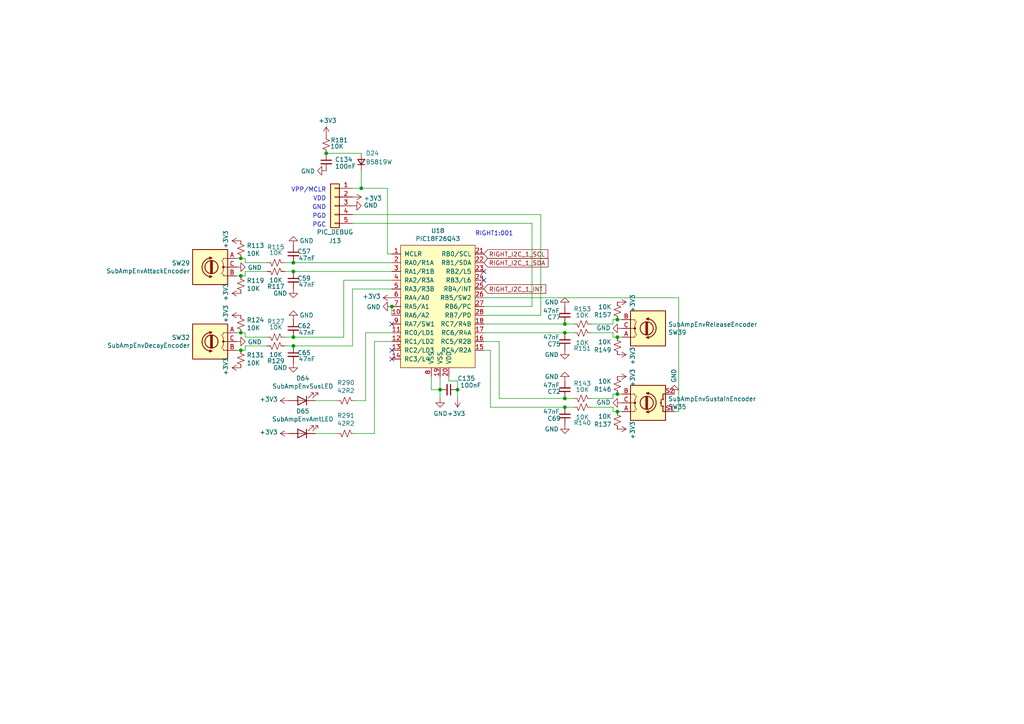
<source format=kicad_sch>
(kicad_sch (version 20210621) (generator eeschema)
  (paper "A4")
  (lib_symbols
    (symbol "Connector_Generic:Conn_01x05" (pin_names (offset 1.016) hide)
      (property "Reference" "J" (at 0 7.62 0))
      (property "Value" "Conn_01x05" (at 0 -7.62 0))
      (symbol "Conn_01x05_1_1"
        (rectangle (start -1.27 -4.953) (end 0 -5.207) (stroke (width 0.1524)))
        (rectangle (start -1.27 -2.413) (end 0 -2.667) (stroke (width 0.1524)))
        (rectangle (start -1.27 0.127) (end 0 -0.127) (stroke (width 0.1524)))
        (rectangle (start -1.27 2.667) (end 0 2.413) (stroke (width 0.1524)))
        (rectangle (start -1.27 5.207) (end 0 4.953) (stroke (width 0.1524)))
        (rectangle (start -1.27 6.35) (end 1.27 -6.35) (stroke (width 0.254)) (fill (type background)))
        (pin passive line (at -5.08 5.08 0) (length 3.81) (name "Pin_1") (number "1"))
        (pin passive line (at -5.08 2.54 0) (length 3.81) (name "Pin_2") (number "2"))
        (pin passive line (at -5.08 0 0) (length 3.81) (name "Pin_3") (number "3"))
        (pin passive line (at -5.08 -2.54 0) (length 3.81) (name "Pin_4") (number "4"))
        (pin passive line (at -5.08 -5.08 0) (length 3.81) (name "Pin_5") (number "5"))
      )
    )
    (symbol "Device:C_Small" (pin_numbers hide) (pin_names (offset 0.254) hide)
      (property "Reference" "C" (at 0.254 1.778 0))
      (property "Value" "C_Small" (at 0.254 -2.032 0))
      (symbol "C_Small_0_1"
        (polyline (pts (xy -1.524 -0.508) (xy 1.524 -0.508)) (stroke (width 0.3302)))
        (polyline (pts (xy -1.524 0.508) (xy 1.524 0.508)) (stroke (width 0.3048)))
      )
      (symbol "C_Small_1_1"
        (pin passive line (at 0 2.54 270) (length 2.032) (name "~") (number "1"))
        (pin passive line (at 0 -2.54 90) (length 2.032) (name "~") (number "2"))
      )
    )
    (symbol "Device:D_Small" (pin_numbers hide) (pin_names (offset 0.254) hide)
      (property "Reference" "D" (at -1.27 2.032 0))
      (property "Value" "D_Small" (at -3.81 -2.032 0))
      (symbol "D_Small_0_1"
        (polyline (pts (xy -0.762 -1.016) (xy -0.762 1.016)) (stroke (width 0.254)))
        (polyline (pts (xy -0.762 0) (xy 0.762 0)))
        (polyline (pts (xy 0.762 -1.016) (xy -0.762 0) (xy 0.762 1.016) (xy 0.762 -1.016)) (stroke (width 0.254)))
      )
      (symbol "D_Small_1_1"
        (pin passive line (at -2.54 0 0) (length 1.778) (name "K") (number "1"))
        (pin passive line (at 2.54 0 180) (length 1.778) (name "A") (number "2"))
      )
    )
    (symbol "Device:LED" (pin_numbers hide) (pin_names (offset 1.016) hide)
      (property "Reference" "D" (at 0 2.54 0))
      (property "Value" "LED" (at 0 -2.54 0))
      (symbol "LED_0_1"
        (polyline (pts (xy -1.27 -1.27) (xy -1.27 1.27)) (stroke (width 0.254)))
        (polyline (pts (xy -1.27 0) (xy 1.27 0)))
        (polyline (pts (xy 1.27 -1.27) (xy 1.27 1.27) (xy -1.27 0) (xy 1.27 -1.27)) (stroke (width 0.254)))
        (polyline (pts (xy -3.048 -0.762) (xy -4.572 -2.286) (xy -3.81 -2.286) (xy -4.572 -2.286) (xy -4.572 -1.524)))
        (polyline (pts (xy -1.778 -0.762) (xy -3.302 -2.286) (xy -2.54 -2.286) (xy -3.302 -2.286) (xy -3.302 -1.524)))
      )
      (symbol "LED_1_1"
        (pin passive line (at -3.81 0 0) (length 2.54) (name "K") (number "1"))
        (pin passive line (at 3.81 0 180) (length 2.54) (name "A") (number "2"))
      )
    )
    (symbol "Device:R_Small_US" (pin_numbers hide) (pin_names (offset 0.254) hide)
      (property "Reference" "R" (at 0.762 0.508 0))
      (property "Value" "R_Small_US" (at 0.762 -1.016 0))
      (symbol "R_Small_US_1_1"
        (polyline (pts (xy 0 0) (xy 1.016 -0.381) (xy 0 -0.762) (xy -1.016 -1.143) (xy 0 -1.524)))
        (polyline (pts (xy 0 1.524) (xy 1.016 1.143) (xy 0 0.762) (xy -1.016 0.381) (xy 0 0)))
        (pin passive line (at 0 2.54 270) (length 1.016) (name "~") (number "1"))
        (pin passive line (at 0 -2.54 90) (length 1.016) (name "~") (number "2"))
      )
    )
    (symbol "Device:RotaryEncoder" (pin_names (offset 0.254) hide)
      (property "Reference" "SW" (at 0 6.604 0))
      (property "Value" "RotaryEncoder" (at 0 -6.604 0))
      (symbol "RotaryEncoder_0_1"
        (arc (start -0.381 -2.794) (end -0.381 2.667) (radius (at -0.381 -0.0508) (length 2.7432) (angles -89.9 89.9)) (stroke (width 0.254)))
        (circle (center -0.381 0) (radius 1.905) (stroke (width 0.254)))
        (circle (center -3.81 0) (radius 0.254) (fill (type outline)))
        (rectangle (start -5.08 5.08) (end 5.08 -5.08) (stroke (width 0.254)) (fill (type background)))
        (polyline (pts (xy -0.635 -1.778) (xy -0.635 1.778)) (stroke (width 0.254)))
        (polyline (pts (xy -0.381 -1.778) (xy -0.381 1.778)) (stroke (width 0.254)))
        (polyline (pts (xy -0.127 1.778) (xy -0.127 -1.778)) (stroke (width 0.254)))
        (polyline (pts (xy -5.08 -2.54) (xy -3.81 -2.54) (xy -3.81 -2.032)))
        (polyline (pts (xy -5.08 2.54) (xy -3.81 2.54) (xy -3.81 2.032)))
        (polyline (pts (xy 0.254 -3.048) (xy -0.508 -2.794) (xy 0.127 -2.413)) (stroke (width 0.254)))
        (polyline (pts (xy 0.254 2.921) (xy -0.508 2.667) (xy 0.127 2.286)) (stroke (width 0.254)))
        (polyline (pts (xy -5.08 0) (xy -3.81 0) (xy -3.81 -1.016) (xy -3.302 -2.032)))
        (polyline (pts (xy -4.318 0) (xy -3.81 0) (xy -3.81 1.016) (xy -3.302 2.032)))
      )
      (symbol "RotaryEncoder_1_1"
        (pin passive line (at -7.62 2.54 0) (length 2.54) (name "A") (number "A"))
        (pin passive line (at -7.62 -2.54 0) (length 2.54) (name "B") (number "B"))
        (pin passive line (at -7.62 0 0) (length 2.54) (name "C") (number "C"))
      )
    )
    (symbol "Device:RotaryEncoder_Switch" (pin_names (offset 0.254) hide)
      (property "Reference" "SW" (at 0 6.604 0))
      (property "Value" "RotaryEncoder_Switch" (at 0 -6.604 0))
      (symbol "RotaryEncoder_Switch_0_1"
        (arc (start -0.381 -2.794) (end -0.381 2.667) (radius (at -0.381 -0.0508) (length 2.7432) (angles -89.9 89.9)) (stroke (width 0.254)))
        (circle (center -0.381 0) (radius 1.905) (stroke (width 0.254)))
        (circle (center 4.318 -1.016) (radius 0.127) (stroke (width 0.254)))
        (circle (center 4.318 1.016) (radius 0.127) (stroke (width 0.254)))
        (circle (center -3.81 0) (radius 0.254) (fill (type outline)))
        (rectangle (start -5.08 5.08) (end 5.08 -5.08) (stroke (width 0.254)) (fill (type background)))
        (polyline (pts (xy -0.635 -1.778) (xy -0.635 1.778)) (stroke (width 0.254)))
        (polyline (pts (xy -0.381 -1.778) (xy -0.381 1.778)) (stroke (width 0.254)))
        (polyline (pts (xy -0.127 1.778) (xy -0.127 -1.778)) (stroke (width 0.254)))
        (polyline (pts (xy 3.81 0) (xy 3.429 0)) (stroke (width 0.254)))
        (polyline (pts (xy 3.81 1.016) (xy 3.81 -1.016)) (stroke (width 0.254)))
        (polyline (pts (xy -5.08 -2.54) (xy -3.81 -2.54) (xy -3.81 -2.032)))
        (polyline (pts (xy -5.08 2.54) (xy -3.81 2.54) (xy -3.81 2.032)))
        (polyline (pts (xy 0.254 -3.048) (xy -0.508 -2.794) (xy 0.127 -2.413)) (stroke (width 0.254)))
        (polyline (pts (xy 0.254 2.921) (xy -0.508 2.667) (xy 0.127 2.286)) (stroke (width 0.254)))
        (polyline (pts (xy 5.08 -2.54) (xy 4.318 -2.54) (xy 4.318 -1.016)) (stroke (width 0.254)))
        (polyline (pts (xy 5.08 2.54) (xy 4.318 2.54) (xy 4.318 1.016)) (stroke (width 0.254)))
        (polyline (pts (xy -5.08 0) (xy -3.81 0) (xy -3.81 -1.016) (xy -3.302 -2.032)))
        (polyline (pts (xy -4.318 0) (xy -3.81 0) (xy -3.81 1.016) (xy -3.302 2.032)))
      )
      (symbol "RotaryEncoder_Switch_1_1"
        (pin passive line (at -7.62 2.54 0) (length 2.54) (name "A") (number "A"))
        (pin passive line (at -7.62 -2.54 0) (length 2.54) (name "B") (number "B"))
        (pin passive line (at -7.62 0 0) (length 2.54) (name "C") (number "C"))
        (pin passive line (at 7.62 2.54 180) (length 2.54) (name "S1") (number "S1"))
        (pin passive line (at 7.62 -2.54 180) (length 2.54) (name "S2") (number "S2"))
      )
    )
    (symbol "PIC18F26Q43:PIC18F26Q43" (pin_names (offset 1.016))
      (property "Reference" "U" (at -6.35 -1.27 0))
      (property "Value" "PIC18F26Q43" (at -6.35 -3.81 0))
      (symbol "PIC18F26Q43_0_1"
        (rectangle (start -17.78 -6.35) (end 3.81 -41.91) (fill (type background)))
      )
      (symbol "PIC18F26Q43_1_1"
        (pin input line (at -20.32 -8.89 0) (length 2.54) (name "MCLR") (number "1"))
        (pin input line (at -20.32 -26.67 0) (length 2.54) (name "RA6/A2") (number "10"))
        (pin output line (at -20.32 -31.75 0) (length 2.54) (name "RC0/LD1") (number "11"))
        (pin output line (at -20.32 -34.29 0) (length 2.54) (name "RC1/LD2") (number "12"))
        (pin output line (at -20.32 -36.83 0) (length 2.54) (name "RC2/LD3") (number "13"))
        (pin output line (at -20.32 -39.37 0) (length 2.54) (name "RC3/L4") (number "14"))
        (pin input line (at 6.35 -36.83 180) (length 2.54) (name "RC4/R2A") (number "15"))
        (pin input line (at 6.35 -34.29 180) (length 2.54) (name "RC5/R2B") (number "16"))
        (pin input line (at 6.35 -31.75 180) (length 2.54) (name "RC6/R4A") (number "17"))
        (pin input line (at 6.35 -29.21 180) (length 2.54) (name "RC7/R4B") (number "18"))
        (pin power_in line (at -6.35 -44.45 90) (length 2.54) (name "VSS") (number "19"))
        (pin input line (at -20.32 -11.43 0) (length 2.54) (name "RA0/R1A") (number "2"))
        (pin power_in line (at -3.81 -44.45 90) (length 2.54) (name "VDD") (number "20"))
        (pin input line (at 6.35 -8.89 180) (length 2.54) (name "RB0/SCL") (number "21"))
        (pin bidirectional line (at 6.35 -11.43 180) (length 2.54) (name "RB1/SDA") (number "22"))
        (pin output line (at 6.35 -13.97 180) (length 2.54) (name "RB2/L5") (number "23"))
        (pin output line (at 6.35 -16.51 180) (length 2.54) (name "RB3/L6") (number "24"))
        (pin bidirectional line (at 6.35 -19.05 180) (length 2.54) (name "RB4/INT") (number "25"))
        (pin output line (at 6.35 -21.59 180) (length 2.54) (name "RB5/SW2") (number "26"))
        (pin input line (at 6.35 -24.13 180) (length 2.54) (name "RB6/PC") (number "27"))
        (pin input line (at 6.35 -26.67 180) (length 2.54) (name "RB7/PD") (number "28"))
        (pin input line (at -20.32 -13.97 0) (length 2.54) (name "RA1/R1B") (number "3"))
        (pin input line (at -20.32 -16.51 0) (length 2.54) (name "RA2/R3A") (number "4"))
        (pin input line (at -20.32 -19.05 0) (length 2.54) (name "RA3/R3B") (number "5"))
        (pin input line (at -20.32 -21.59 0) (length 2.54) (name "RA4/A0") (number "6"))
        (pin input line (at -20.32 -24.13 0) (length 2.54) (name "RA5/A1") (number "7"))
        (pin power_in line (at -8.89 -44.45 90) (length 2.54) (name "VSS") (number "8"))
        (pin input line (at -20.32 -29.21 0) (length 2.54) (name "RA7/SW1") (number "9"))
      )
    )
    (symbol "power:+3.3V" (power) (pin_names (offset 0))
      (property "Value" "+3.3V" (at 0 3.556 0))
      (symbol "+3.3V_0_1"
        (polyline (pts (xy -0.762 1.27) (xy 0 2.54)))
        (polyline (pts (xy 0 0) (xy 0 2.54)))
        (polyline (pts (xy 0 2.54) (xy 0.762 1.27)))
      )
      (symbol "+3.3V_1_1"
        (pin power_in line (at 0 0 90) (length 0) hide (name "+3V3") (number "1"))
      )
    )
    (symbol "power:GND" (power) (pin_names (offset 0))
      (property "Value" "GND" (at 0 -3.81 0))
      (symbol "GND_0_1"
        (polyline (pts (xy 0 0) (xy 0 -1.27) (xy 1.27 -1.27) (xy 0 -2.54) (xy -1.27 -1.27) (xy 0 -1.27)))
      )
      (symbol "GND_1_1"
        (pin power_in line (at 0 0 270) (length 0) hide (name "GND") (number "1"))
      )
    )
  )
  (junction (at 69.85 74.93))
  (junction (at 69.85 80.01))
  (junction (at 69.85 96.52))
  (junction (at 69.85 101.6))
  (junction (at 85.09 76.2))
  (junction (at 85.09 78.74))
  (junction (at 85.09 97.79))
  (junction (at 85.09 100.33))
  (junction (at 94.615 44.45))
  (junction (at 104.775 54.61))
  (junction (at 113.665 88.9))
  (junction (at 127.635 113.03))
  (junction (at 132.715 113.03))
  (junction (at 163.83 93.98))
  (junction (at 163.83 96.52))
  (junction (at 163.83 115.57))
  (junction (at 163.83 118.11))
  (junction (at 179.07 92.71))
  (junction (at 179.07 97.79))
  (junction (at 179.07 114.3))
  (junction (at 179.07 119.38))
  (no_connect (at 113.665 93.98))
  (no_connect (at 113.665 101.6))
  (no_connect (at 113.665 104.14))
  (no_connect (at 140.335 78.74))
  (no_connect (at 140.335 81.28))
  (wire (pts (xy 69.85 74.93) (xy 68.58 74.93)))
  (wire (pts (xy 69.85 80.01) (xy 68.58 80.01)))
  (wire (pts (xy 69.85 96.52) (xy 68.58 96.52)))
  (wire (pts (xy 69.85 101.6) (xy 68.58 101.6)))
  (wire (pts (xy 71.12 74.93) (xy 69.85 74.93)))
  (wire (pts (xy 71.12 74.93) (xy 71.12 76.2)))
  (wire (pts (xy 71.12 78.74) (xy 71.12 80.01)))
  (wire (pts (xy 71.12 80.01) (xy 69.85 80.01)))
  (wire (pts (xy 71.12 96.52) (xy 69.85 96.52)))
  (wire (pts (xy 71.12 96.52) (xy 71.12 97.79)))
  (wire (pts (xy 71.12 100.33) (xy 71.12 101.6)))
  (wire (pts (xy 71.12 101.6) (xy 69.85 101.6)))
  (wire (pts (xy 77.47 76.2) (xy 71.12 76.2)))
  (wire (pts (xy 77.47 78.74) (xy 71.12 78.74)))
  (wire (pts (xy 77.47 97.79) (xy 71.12 97.79)))
  (wire (pts (xy 77.47 100.33) (xy 71.12 100.33)))
  (wire (pts (xy 82.55 76.2) (xy 85.09 76.2)))
  (wire (pts (xy 82.55 78.74) (xy 85.09 78.74)))
  (wire (pts (xy 82.55 97.79) (xy 85.09 97.79)))
  (wire (pts (xy 82.55 100.33) (xy 85.09 100.33)))
  (wire (pts (xy 85.09 76.2) (xy 113.665 76.2)))
  (wire (pts (xy 85.09 78.74) (xy 113.665 78.74)))
  (wire (pts (xy 85.09 97.79) (xy 99.695 97.79)))
  (wire (pts (xy 85.09 100.33) (xy 102.235 100.33)))
  (wire (pts (xy 91.44 116.205) (xy 97.79 116.205)))
  (wire (pts (xy 91.44 125.73) (xy 97.79 125.73)))
  (wire (pts (xy 94.615 44.45) (xy 104.775 44.45)))
  (wire (pts (xy 99.695 81.28) (xy 113.665 81.28)))
  (wire (pts (xy 99.695 97.79) (xy 99.695 81.28)))
  (wire (pts (xy 102.235 54.61) (xy 104.775 54.61)))
  (wire (pts (xy 102.235 64.77) (xy 154.305 64.77)))
  (wire (pts (xy 102.235 83.82) (xy 102.235 100.33)))
  (wire (pts (xy 102.87 116.205) (xy 106.045 116.205)))
  (wire (pts (xy 104.775 54.61) (xy 104.775 49.53)))
  (wire (pts (xy 106.045 96.52) (xy 113.665 96.52)))
  (wire (pts (xy 106.045 116.205) (xy 106.045 96.52)))
  (wire (pts (xy 108.585 99.06) (xy 108.585 125.73)))
  (wire (pts (xy 108.585 125.73) (xy 102.87 125.73)))
  (wire (pts (xy 112.395 54.61) (xy 104.775 54.61)))
  (wire (pts (xy 112.395 54.61) (xy 112.395 73.66)))
  (wire (pts (xy 112.395 73.66) (xy 113.665 73.66)))
  (wire (pts (xy 113.665 83.82) (xy 102.235 83.82)))
  (wire (pts (xy 113.665 88.9) (xy 113.665 91.44)))
  (wire (pts (xy 113.665 99.06) (xy 108.585 99.06)))
  (wire (pts (xy 125.095 109.22) (xy 125.095 113.03)))
  (wire (pts (xy 125.095 113.03) (xy 127.635 113.03)))
  (wire (pts (xy 127.635 109.22) (xy 127.635 113.03)))
  (wire (pts (xy 127.635 113.03) (xy 127.635 115.57)))
  (wire (pts (xy 130.175 109.22) (xy 130.175 110.49)))
  (wire (pts (xy 132.715 110.49) (xy 130.175 110.49)))
  (wire (pts (xy 132.715 110.49) (xy 132.715 113.03)))
  (wire (pts (xy 132.715 115.57) (xy 132.715 113.03)))
  (wire (pts (xy 140.335 86.36) (xy 196.85 86.36)))
  (wire (pts (xy 140.335 91.44) (xy 156.845 91.44)))
  (wire (pts (xy 140.335 93.98) (xy 163.83 93.98)))
  (wire (pts (xy 140.335 96.52) (xy 163.83 96.52)))
  (wire (pts (xy 140.335 99.06) (xy 144.78 99.06)))
  (wire (pts (xy 142.24 101.6) (xy 140.335 101.6)))
  (wire (pts (xy 142.24 118.11) (xy 142.24 101.6)))
  (wire (pts (xy 142.24 118.11) (xy 163.83 118.11)))
  (wire (pts (xy 144.78 99.06) (xy 144.78 115.57)))
  (wire (pts (xy 144.78 115.57) (xy 163.83 115.57)))
  (wire (pts (xy 154.305 64.77) (xy 154.305 88.9)))
  (wire (pts (xy 154.305 88.9) (xy 140.335 88.9)))
  (wire (pts (xy 156.845 62.23) (xy 102.235 62.23)))
  (wire (pts (xy 156.845 91.44) (xy 156.845 62.23)))
  (wire (pts (xy 166.37 93.98) (xy 163.83 93.98)))
  (wire (pts (xy 166.37 96.52) (xy 163.83 96.52)))
  (wire (pts (xy 166.37 115.57) (xy 163.83 115.57)))
  (wire (pts (xy 166.37 118.11) (xy 163.83 118.11)))
  (wire (pts (xy 171.45 93.98) (xy 177.8 93.98)))
  (wire (pts (xy 171.45 96.52) (xy 177.8 96.52)))
  (wire (pts (xy 171.45 115.57) (xy 177.8 115.57)))
  (wire (pts (xy 171.45 118.11) (xy 177.8 118.11)))
  (wire (pts (xy 177.8 92.71) (xy 179.07 92.71)))
  (wire (pts (xy 177.8 93.98) (xy 177.8 92.71)))
  (wire (pts (xy 177.8 97.79) (xy 177.8 96.52)))
  (wire (pts (xy 177.8 97.79) (xy 179.07 97.79)))
  (wire (pts (xy 177.8 114.3) (xy 179.07 114.3)))
  (wire (pts (xy 177.8 115.57) (xy 177.8 114.3)))
  (wire (pts (xy 177.8 119.38) (xy 177.8 118.11)))
  (wire (pts (xy 177.8 119.38) (xy 179.07 119.38)))
  (wire (pts (xy 179.07 92.71) (xy 180.34 92.71)))
  (wire (pts (xy 179.07 97.79) (xy 180.34 97.79)))
  (wire (pts (xy 179.07 114.3) (xy 180.34 114.3)))
  (wire (pts (xy 179.07 119.38) (xy 180.34 119.38)))
  (wire (pts (xy 195.58 119.38) (xy 196.85 119.38)))
  (wire (pts (xy 196.85 119.38) (xy 196.85 86.36)))
  (text "VPP/MCLR" (at 94.615 55.88 180) (effects (font (size 1.27 1.27)) (justify right bottom)))
  (text "VDD" (at 94.615 58.42 180) (effects (font (size 1.27 1.27)) (justify right bottom)))
  (text "GND" (at 94.615 60.96 180) (effects (font (size 1.27 1.27)) (justify right bottom)))
  (text "PGD" (at 94.615 63.5 180) (effects (font (size 1.27 1.27)) (justify right bottom)))
  (text "PGC" (at 94.615 66.04 180) (effects (font (size 1.27 1.27)) (justify right bottom)))
  (text "RIGHT1:001" (at 137.795 68.58 0) (effects (font (size 1.27 1.27)) (justify left bottom)))
  (global_label "RIGHT_I2C_1_SCL" (shape input) (at 140.335 73.66 0) (property "Intersheet References" "${INTERSHEET_REFS}" (effects hide)))
  (global_label "RIGHT_I2C_1_SDA" (shape input) (at 140.335 76.2 0) (property "Intersheet References" "${INTERSHEET_REFS}" (effects hide)))
  (global_label "RIGHT_I2C_1_INT" (shape input) (at 140.335 83.82 0) (property "Intersheet References" "${INTERSHEET_REFS}" (effects hide)))
  (symbol (lib_id "power:+3.3V") (at 69.85 69.85 90) (unit 1)
    (property "Reference" "#PWR0371" (effects hide))
    (property "Value" "+3.3V" (at 65.4558 69.469 0))
  )
  (symbol (lib_id "power:+3.3V") (at 69.85 85.09 90) (unit 1)
    (property "Reference" "#PWR0372" (effects hide))
    (property "Value" "+3.3V" (at 65.4558 84.709 0))
  )
  (symbol (lib_id "power:+3.3V") (at 69.85 91.44 90) (unit 1)
    (property "Reference" "#PWR0373" (effects hide))
    (property "Value" "+3.3V" (at 65.4558 91.059 0))
  )
  (symbol (lib_id "power:+3.3V") (at 69.85 106.68 90) (unit 1)
    (property "Reference" "#PWR0378" (effects hide))
    (property "Value" "+3.3V" (at 65.4558 106.299 0))
  )
  (symbol (lib_id "power:+3.3V") (at 83.82 116.205 90) (unit 1)
    (property "Reference" "#PWR0634" (effects hide))
    (property "Value" "+3.3V" (at 80.5688 115.824 90) (effects (justify left)))
  )
  (symbol (lib_id "power:+3.3V") (at 83.82 125.73 90) (unit 1)
    (property "Reference" "#PWR0635" (effects hide))
    (property "Value" "+3.3V" (at 80.5688 125.349 90) (effects (justify left)))
  )
  (symbol (lib_id "power:+3.3V") (at 94.615 39.37 0) (unit 1)
    (property "Reference" "#PWR0365" (effects hide))
    (property "Value" "+3.3V" (at 94.996 34.9758 0))
  )
  (symbol (lib_id "power:+3.3V") (at 102.235 57.15 270) (unit 1)
    (property "Reference" "#PWR0366" (effects hide))
    (property "Value" "+3.3V" (at 105.4862 57.531 90) (effects (justify left)))
  )
  (symbol (lib_id "power:+3.3V") (at 113.665 86.36 90) (unit 1)
    (property "Reference" "#PWR0912" (effects hide))
    (property "Value" "+3.3V" (at 110.4138 85.979 90) (effects (justify left)))
  )
  (symbol (lib_id "power:+3.3V") (at 132.715 115.57 180) (unit 1)
    (property "Reference" "#PWR0370" (effects hide))
    (property "Value" "+3.3V" (at 132.334 119.9642 0))
  )
  (symbol (lib_id "power:+3.3V") (at 179.07 87.63 270) (unit 1)
    (property "Reference" "#PWR0385" (effects hide))
    (property "Value" "+3.3V" (at 183.4642 88.011 0))
  )
  (symbol (lib_id "power:+3.3V") (at 179.07 102.87 270) (unit 1)
    (property "Reference" "#PWR0384" (effects hide))
    (property "Value" "+3.3V" (at 183.4642 103.251 0))
  )
  (symbol (lib_id "power:+3.3V") (at 179.07 109.22 270) (unit 1)
    (property "Reference" "#PWR0381" (effects hide))
    (property "Value" "+3.3V" (at 183.4642 109.601 0))
  )
  (symbol (lib_id "power:+3.3V") (at 179.07 124.46 270) (unit 1)
    (property "Reference" "#PWR0379" (effects hide))
    (property "Value" "+3.3V" (at 183.4642 124.841 0))
  )
  (symbol (lib_id "power:GND") (at 68.58 77.47 90) (mirror x) (unit 1)
    (property "Reference" "#PWR0187" (effects hide))
    (property "Value" "GND" (at 71.8312 77.597 90) (effects (justify right)))
  )
  (symbol (lib_id "power:GND") (at 68.58 99.06 90) (mirror x) (unit 1)
    (property "Reference" "#PWR0199" (effects hide))
    (property "Value" "GND" (at 71.8312 99.187 90) (effects (justify right)))
  )
  (symbol (lib_id "power:GND") (at 85.09 71.12 0) (mirror x) (unit 1)
    (property "Reference" "#PWR0184" (effects hide))
    (property "Value" "GND" (at 88.9 69.85 0))
  )
  (symbol (lib_id "power:GND") (at 85.09 83.82 0) (mirror y) (unit 1)
    (property "Reference" "#PWR0382" (effects hide))
    (property "Value" "GND" (at 81.28 85.09 0))
  )
  (symbol (lib_id "power:GND") (at 85.09 92.71 0) (mirror x) (unit 1)
    (property "Reference" "#PWR0195" (effects hide))
    (property "Value" "GND" (at 88.9 91.44 0))
  )
  (symbol (lib_id "power:GND") (at 85.09 105.41 0) (mirror y) (unit 1)
    (property "Reference" "#PWR0383" (effects hide))
    (property "Value" "GND" (at 81.28 106.68 0))
  )
  (symbol (lib_id "power:GND") (at 94.615 49.53 270) (unit 1)
    (property "Reference" "#PWR0357" (effects hide))
    (property "Value" "GND" (at 91.3638 49.657 90) (effects (justify right)))
  )
  (symbol (lib_id "power:GND") (at 102.235 59.69 90) (unit 1)
    (property "Reference" "#PWR0355" (effects hide))
    (property "Value" "GND" (at 105.4862 59.563 90) (effects (justify right)))
  )
  (symbol (lib_id "power:GND") (at 113.665 88.9 270) (unit 1)
    (property "Reference" "#PWR0913" (effects hide))
    (property "Value" "GND" (at 110.4138 89.027 90) (effects (justify right)))
  )
  (symbol (lib_id "power:GND") (at 127.635 115.57 0) (unit 1)
    (property "Reference" "#PWR0277" (effects hide))
    (property "Value" "GND" (at 127.762 119.9642 0))
  )
  (symbol (lib_id "power:GND") (at 163.83 88.9 0) (mirror x) (unit 1)
    (property "Reference" "#PWR0228" (effects hide))
    (property "Value" "GND" (at 160.02 87.63 0))
  )
  (symbol (lib_id "power:GND") (at 163.83 101.6 0) (mirror y) (unit 1)
    (property "Reference" "#PWR0223" (effects hide))
    (property "Value" "GND" (at 160.02 102.87 0))
  )
  (symbol (lib_id "power:GND") (at 163.83 110.49 0) (mirror x) (unit 1)
    (property "Reference" "#PWR0216" (effects hide))
    (property "Value" "GND" (at 160.02 109.22 0))
  )
  (symbol (lib_id "power:GND") (at 163.83 123.19 0) (mirror y) (unit 1)
    (property "Reference" "#PWR0210" (effects hide))
    (property "Value" "GND" (at 160.02 124.46 0))
  )
  (symbol (lib_id "power:GND") (at 180.34 95.25 270) (mirror x) (unit 1)
    (property "Reference" "#PWR0224" (effects hide))
    (property "Value" "GND" (at 177.0888 95.123 90) (effects (justify right)))
  )
  (symbol (lib_id "power:GND") (at 180.34 116.84 270) (mirror x) (unit 1)
    (property "Reference" "#PWR0213" (effects hide))
    (property "Value" "GND" (at 177.0888 116.713 90) (effects (justify right)))
  )
  (symbol (lib_id "power:GND") (at 195.58 114.3 180) (unit 1)
    (property "Reference" "#PWR0629" (effects hide))
    (property "Value" "GND" (at 195.453 111.0488 90) (effects (justify right)))
  )
  (symbol (lib_id "Device:R_Small_US") (at 69.85 72.39 180) (unit 1)
    (property "Reference" "R113" (at 71.5518 71.2216 0) (effects (justify right)))
    (property "Value" "10K" (at 71.5518 73.533 0) (effects (justify right)))
    (property "Footprint" "Resistor_SMD:R_0402_1005Metric" (effects hide))
    (property "LCSC" "C25744" (effects hide))
  )
  (symbol (lib_id "Device:R_Small_US") (at 69.85 82.55 180) (unit 1)
    (property "Reference" "R119" (at 71.5518 81.3816 0) (effects (justify right)))
    (property "Value" "10K" (at 71.5518 83.693 0) (effects (justify right)))
    (property "Footprint" "Resistor_SMD:R_0402_1005Metric" (effects hide))
    (property "LCSC" "C25744" (effects hide))
  )
  (symbol (lib_id "Device:R_Small_US") (at 69.85 93.98 180) (unit 1)
    (property "Reference" "R124" (at 71.5518 92.8116 0) (effects (justify right)))
    (property "Value" "10K" (at 71.5518 95.123 0) (effects (justify right)))
    (property "Footprint" "Resistor_SMD:R_0402_1005Metric" (effects hide))
    (property "LCSC" "C25744" (effects hide))
  )
  (symbol (lib_id "Device:R_Small_US") (at 69.85 104.14 180) (unit 1)
    (property "Reference" "R131" (at 71.5518 102.9716 0) (effects (justify right)))
    (property "Value" "10K" (at 71.5518 105.283 0) (effects (justify right)))
    (property "Footprint" "Resistor_SMD:R_0402_1005Metric" (effects hide))
    (property "LCSC" "C25744" (effects hide))
  )
  (symbol (lib_id "Device:R_Small_US") (at 80.01 76.2 90) (mirror x) (unit 1)
    (property "Reference" "R115" (at 80.01 72.39 90) (effects (justify bottom)))
    (property "Value" "10K" (at 80.01 73.3044 90))
    (property "Footprint" "Resistor_SMD:R_0402_1005Metric" (effects hide))
    (property "LCSC" "C25744" (effects hide))
  )
  (symbol (lib_id "Device:R_Small_US") (at 80.01 78.74 270) (mirror x) (unit 1)
    (property "Reference" "R117" (at 80.01 83.82 90) (effects (justify top)))
    (property "Value" "10K" (at 80.01 81.28 90))
    (property "Footprint" "Resistor_SMD:R_0402_1005Metric" (effects hide))
    (property "LCSC" "C25744" (effects hide))
  )
  (symbol (lib_id "Device:R_Small_US") (at 80.01 97.79 90) (mirror x) (unit 1)
    (property "Reference" "R127" (at 80.01 93.98 90) (effects (justify bottom)))
    (property "Value" "10K" (at 80.01 94.8944 90))
    (property "Footprint" "Resistor_SMD:R_0402_1005Metric" (effects hide))
    (property "LCSC" "C25744" (effects hide))
  )
  (symbol (lib_id "Device:R_Small_US") (at 80.01 100.33 270) (mirror x) (unit 1)
    (property "Reference" "R129" (at 80.01 105.41 90) (effects (justify top)))
    (property "Value" "10K" (at 80.01 102.87 90))
    (property "Footprint" "Resistor_SMD:R_0402_1005Metric" (effects hide))
    (property "LCSC" "C25744" (effects hide))
  )
  (symbol (lib_id "Device:R_Small_US") (at 94.615 41.91 180) (unit 1)
    (property "Reference" "R181" (at 100.965 40.64 0) (effects (justify left)))
    (property "Value" "10K" (at 99.695 43.18 0) (effects (justify left top)))
    (property "Footprint" "Resistor_SMD:R_0603_1608Metric" (effects hide))
    (property "LCSC" "C25804" (effects hide))
  )
  (symbol (lib_id "Device:R_Small_US") (at 100.33 116.205 90) (mirror x) (unit 1)
    (property "Reference" "R290" (at 100.33 110.998 90))
    (property "Value" "42R2" (at 100.33 113.3094 90))
    (property "Footprint" "Resistor_SMD:R_0603_1608Metric" (effects hide))
    (property "LCSC" "C23182" (effects hide))
  )
  (symbol (lib_id "Device:R_Small_US") (at 100.33 125.73 90) (mirror x) (unit 1)
    (property "Reference" "R291" (at 100.33 120.523 90))
    (property "Value" "42R2" (at 100.33 122.8344 90))
    (property "Footprint" "Resistor_SMD:R_0603_1608Metric" (effects hide))
    (property "LCSC" "C23182" (effects hide))
  )
  (symbol (lib_id "Device:R_Small_US") (at 168.91 93.98 90) (mirror x) (unit 1)
    (property "Reference" "R153" (at 168.91 88.9 90) (effects (justify top)))
    (property "Value" "10K" (at 168.91 91.44 90))
    (property "Footprint" "Resistor_SMD:R_0402_1005Metric" (effects hide))
    (property "LCSC" "C25744" (effects hide))
  )
  (symbol (lib_id "Device:R_Small_US") (at 168.91 96.52 270) (mirror x) (unit 1)
    (property "Reference" "R151" (at 168.91 100.33 90) (effects (justify bottom)))
    (property "Value" "10K" (at 168.91 99.4156 90))
    (property "Footprint" "Resistor_SMD:R_0402_1005Metric" (effects hide))
    (property "LCSC" "C25744" (effects hide))
  )
  (symbol (lib_id "Device:R_Small_US") (at 168.91 115.57 90) (mirror x) (unit 1)
    (property "Reference" "R143" (at 168.91 110.49 90) (effects (justify top)))
    (property "Value" "10K" (at 168.91 113.03 90))
    (property "Footprint" "Resistor_SMD:R_0402_1005Metric" (effects hide))
    (property "LCSC" "C25744" (effects hide))
  )
  (symbol (lib_id "Device:R_Small_US") (at 168.91 118.11 270) (mirror x) (unit 1)
    (property "Reference" "R140" (at 168.91 121.92 90) (effects (justify bottom)))
    (property "Value" "10K" (at 168.91 121.0056 90))
    (property "Footprint" "Resistor_SMD:R_0402_1005Metric" (effects hide))
    (property "LCSC" "C25744" (effects hide))
  )
  (symbol (lib_id "Device:R_Small_US") (at 179.07 90.17 0) (unit 1)
    (property "Reference" "R157" (at 177.3682 91.3384 0) (effects (justify right)))
    (property "Value" "10K" (at 177.3682 89.027 0) (effects (justify right)))
    (property "Footprint" "Resistor_SMD:R_0402_1005Metric" (effects hide))
    (property "LCSC" "C25744" (effects hide))
  )
  (symbol (lib_id "Device:R_Small_US") (at 179.07 100.33 0) (unit 1)
    (property "Reference" "R149" (at 177.3682 101.4984 0) (effects (justify right)))
    (property "Value" "10K" (at 177.3682 99.187 0) (effects (justify right)))
    (property "Footprint" "Resistor_SMD:R_0402_1005Metric" (effects hide))
    (property "LCSC" "C25744" (effects hide))
  )
  (symbol (lib_id "Device:R_Small_US") (at 179.07 111.76 0) (unit 1)
    (property "Reference" "R146" (at 177.3682 112.9284 0) (effects (justify right)))
    (property "Value" "10K" (at 177.3682 110.617 0) (effects (justify right)))
    (property "Footprint" "Resistor_SMD:R_0402_1005Metric" (effects hide))
    (property "LCSC" "C25744" (effects hide))
  )
  (symbol (lib_id "Device:R_Small_US") (at 179.07 121.92 0) (unit 1)
    (property "Reference" "R137" (at 177.3682 123.0884 0) (effects (justify right)))
    (property "Value" "10K" (at 177.3682 120.777 0) (effects (justify right)))
    (property "Footprint" "Resistor_SMD:R_0402_1005Metric" (effects hide))
    (property "LCSC" "C25744" (effects hide))
  )
  (symbol (lib_id "Device:D_Small") (at 104.775 46.99 90) (unit 1)
    (property "Reference" "D24" (at 106.045 44.45 90) (effects (justify right)))
    (property "Value" "B5819W" (at 106.045 46.99 90) (effects (justify right)))
    (property "Footprint" "Diode_SMD:D_SOD-123" (effects hide))
    (property "LCSC" "C8598" (effects hide))
  )
  (symbol (lib_id "Device:C_Small") (at 85.09 73.66 0) (unit 1)
    (property "Reference" "C57" (at 90.17 73.66 0) (effects (justify right bottom)))
    (property "Value" "47nF" (at 91.44 74.93 0) (effects (justify right)))
    (property "Footprint" "Capacitor_SMD:C_0603_1608Metric" (effects hide))
    (property "LCSC" "C1622" (effects hide))
  )
  (symbol (lib_id "Device:C_Small") (at 85.09 81.28 0) (unit 1)
    (property "Reference" "C59" (at 90.17 80.01 0) (effects (justify right top)))
    (property "Value" "47nF" (at 91.44 82.55 0) (effects (justify right)))
    (property "Footprint" "Capacitor_SMD:C_0603_1608Metric" (effects hide))
    (property "LCSC" "C1622" (effects hide))
  )
  (symbol (lib_id "Device:C_Small") (at 85.09 95.25 0) (unit 1)
    (property "Reference" "C62" (at 90.17 95.25 0) (effects (justify right bottom)))
    (property "Value" "47nF" (at 91.44 96.52 0) (effects (justify right)))
    (property "Footprint" "Capacitor_SMD:C_0603_1608Metric" (effects hide))
    (property "LCSC" "C1622" (effects hide))
  )
  (symbol (lib_id "Device:C_Small") (at 85.09 102.87 0) (unit 1)
    (property "Reference" "C65" (at 90.17 101.6 0) (effects (justify right top)))
    (property "Value" "47nF" (at 91.44 104.14 0) (effects (justify right)))
    (property "Footprint" "Capacitor_SMD:C_0603_1608Metric" (effects hide))
    (property "LCSC" "C1622" (effects hide))
  )
  (symbol (lib_id "Device:C_Small") (at 94.615 46.99 0) (unit 1)
    (property "Reference" "C134" (at 97.155 46.99 0) (effects (justify left bottom)))
    (property "Value" "100nF" (at 97.155 48.26 0) (effects (justify left)))
    (property "Footprint" "Capacitor_SMD:C_0402_1005Metric" (effects hide))
    (property "LCSC" "C1525" (effects hide))
  )
  (symbol (lib_id "Device:C_Small") (at 130.175 113.03 270) (unit 1)
    (property "Reference" "C135" (at 135.255 110.49 90) (effects (justify bottom)))
    (property "Value" "100nF" (at 136.525 111.76 90))
    (property "Footprint" "Capacitor_SMD:C_0402_1005Metric" (effects hide))
    (property "LCSC" "C1525" (effects hide))
  )
  (symbol (lib_id "Device:C_Small") (at 163.83 91.44 180) (unit 1)
    (property "Reference" "C77" (at 158.75 92.71 0) (effects (justify right top)))
    (property "Value" "47nF" (at 157.48 90.17 0) (effects (justify right)))
    (property "Footprint" "Capacitor_SMD:C_0603_1608Metric" (effects hide))
    (property "LCSC" "C1622" (effects hide))
  )
  (symbol (lib_id "Device:C_Small") (at 163.83 99.06 180) (unit 1)
    (property "Reference" "C75" (at 158.75 99.06 0) (effects (justify right bottom)))
    (property "Value" "47nF" (at 157.48 97.79 0) (effects (justify right)))
    (property "Footprint" "Capacitor_SMD:C_0603_1608Metric" (effects hide))
    (property "LCSC" "C1622" (effects hide))
  )
  (symbol (lib_id "Device:C_Small") (at 163.83 113.03 180) (unit 1)
    (property "Reference" "C72" (at 158.75 114.3 0) (effects (justify right top)))
    (property "Value" "47nF" (at 157.48 111.76 0) (effects (justify right)))
    (property "Footprint" "Capacitor_SMD:C_0603_1608Metric" (effects hide))
    (property "LCSC" "C1622" (effects hide))
  )
  (symbol (lib_id "Device:C_Small") (at 163.83 120.65 180) (unit 1)
    (property "Reference" "C69" (at 158.75 120.65 0) (effects (justify right bottom)))
    (property "Value" "47nF" (at 157.48 119.38 0) (effects (justify right)))
    (property "Footprint" "Capacitor_SMD:C_0603_1608Metric" (effects hide))
    (property "LCSC" "C1622" (effects hide))
  )
  (symbol (lib_id "Device:LED") (at 87.63 116.205 180) (unit 1)
    (property "Reference" "D64" (at 87.8078 109.728 0))
    (property "Value" "SubAmpEnvSusLED" (at 87.8078 112.0394 0))
    (property "Footprint" "LED_SMD:LED_0603_1608Metric" (effects hide))
    (property "LCSC" "C2286" (effects hide))
  )
  (symbol (lib_id "Device:LED") (at 87.63 125.73 180) (unit 1)
    (property "Reference" "D65" (at 87.8078 119.253 0))
    (property "Value" "SubAmpEnvAmtLED" (at 87.8078 121.5644 0))
    (property "Footprint" "LED_SMD:LED_0603_1608Metric" (effects hide))
    (property "LCSC" "C2286" (effects hide))
  )
  (symbol (lib_id "Connector_Generic:Conn_01x05") (at 97.155 59.69 0) (mirror y) (unit 1)
    (property "Reference" "J13" (at 97.155 69.85 0))
    (property "Value" "PIC_DEBUG" (at 97.155 67.31 0))
    (property "Footprint" "Connector_PinHeader_1.27mm:PinHeader_1x05_P1.27mm_Vertical" (effects hide))
  )
  (symbol (lib_id "Device:RotaryEncoder") (at 60.96 77.47 0) (mirror y) (unit 1)
    (property "Reference" "SW29" (at 55.118 76.3016 0) (effects (justify left)))
    (property "Value" "SubAmpEnvAttackEncoder" (at 55.118 78.613 0) (effects (justify left)))
    (property "Footprint" "PEC11R:PEC11R-4x15F-N0024" (effects hide))
  )
  (symbol (lib_id "Device:RotaryEncoder") (at 60.96 99.06 0) (mirror y) (unit 1)
    (property "Reference" "SW32" (at 55.118 97.8916 0) (effects (justify left)))
    (property "Value" "SubAmpEnvDecayEncoder" (at 55.118 100.203 0) (effects (justify left)))
    (property "Footprint" "PEC11R:PEC11R-4x15F-N0024" (effects hide))
  )
  (symbol (lib_id "Device:RotaryEncoder") (at 187.96 95.25 0) (mirror x) (unit 1)
    (property "Reference" "SW39" (at 193.802 96.4184 0) (effects (justify left)))
    (property "Value" "SubAmpEnvReleaseEncoder" (at 193.802 94.107 0) (effects (justify left)))
    (property "Footprint" "PEC11R:PEC11R-4x15F-N0024" (effects hide))
  )
  (symbol (lib_id "Device:RotaryEncoder_Switch") (at 187.96 116.84 0) (mirror x) (unit 1)
    (property "Reference" "SW35" (at 193.802 118.0084 0) (effects (justify left)))
    (property "Value" "SubAmpEnvSustainEncoder" (at 193.802 115.697 0) (effects (justify left)))
    (property "Footprint" "PEC11R:PEC11R-4x15F-S0024" (effects hide))
  )
  (symbol (lib_id "PIC18F26Q43:PIC18F26Q43") (at 133.985 64.77 0) (unit 1)
    (property "Reference" "U18" (at 127 66.929 0))
    (property "Value" "PIC18F26Q43" (at 127 69.2404 0))
    (property "Footprint" "Package_SO:SSOP-28_5.3x10.2mm_P0.65mm" (effects hide))
  )
)
</source>
